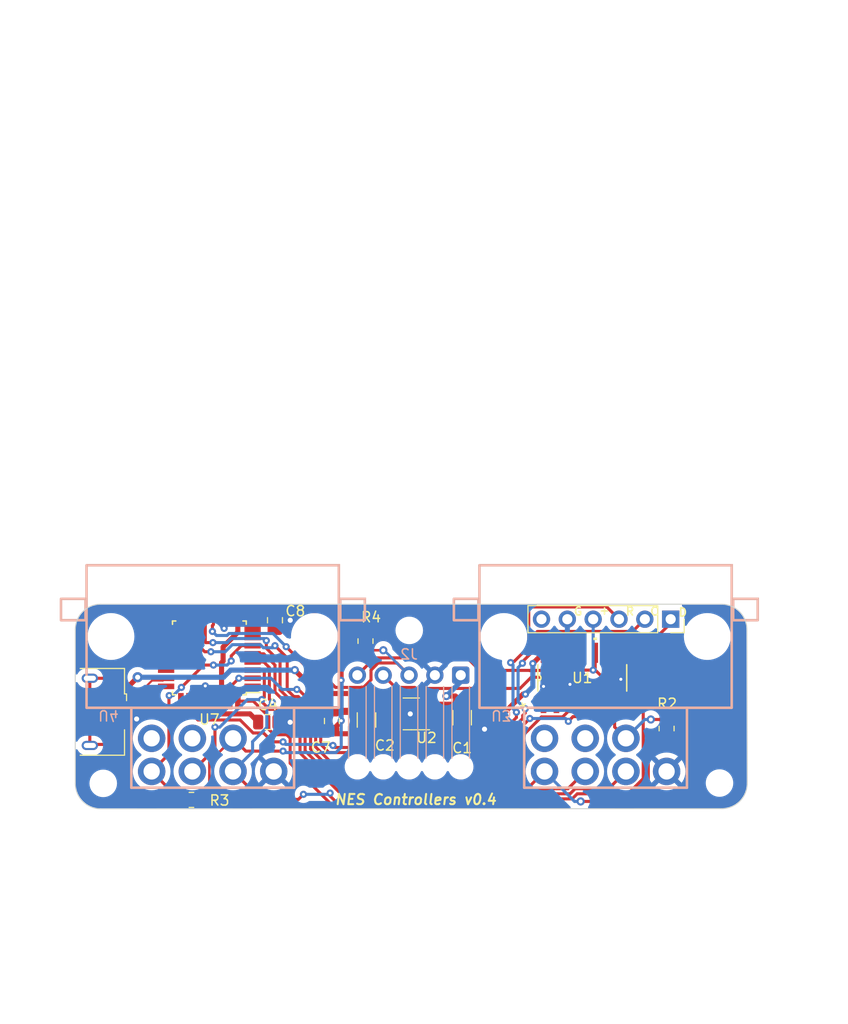
<source format=kicad_pcb>
(kicad_pcb (version 20221018) (generator pcbnew)
  (layers (0 "F.Cu" signal) (31 "B.Cu" signal) (34 "B.Paste" user) (35 "F.Paste" user) (36 "B.SilkS" user "B.Silkscreen") (37 "F.SilkS" user "F.Silkscreen") (38 "B.Mask" user) (39 "F.Mask" user) (44 "Edge.Cuts" user))
  (net 0 "")
  (net 1 "Net-(U7-VDDCORE)")
  (net 3 "+5V")
  (net 4 "/D-")
  (net 7 "/NES_DATA")
  (net 10 "/NES_LATCH_5V")
  (net 11 "/NES_CLOCK_5V")
  (net 12 "/NES_LATCH_3V")
  (net 13 "/D+")
  (net 25 "GND")
  (net 26 "unconnected-(J1-Shield-Pad6)")
  (net 27 "/RESET")
  (net 28 "+3V3")
  (net 29 "/SWCLK")
  (net 30 "/SWDIO")
  (net 33 "/NES_CLOCK_3V")
  (net 38 "/PAD_DATA_1")
  (net 39 "/PAD_LATCH")
  (net 40 "/PAD_CLOCK")
  (net 41 "/PAD_DATA_2")
  (footprint "Capacitor_SMD:C_0805_2012Metric" (layer "F.Cu") (at 126.51 75.825)
    (fp_text reference "C4")
    (fp_text value "1uF")
  )
  (footprint "MountingHole:MountingHole_2.2mm_M2" (layer "F.Cu") (at 110.327743 81.85)
    (fp_text reference "H1")
    (fp_text value "MountingHole")
  )
  (footprint "Package_QFP:TQFP-32_7x7mm_P0.8mm" (layer "F.Cu") (at 120.76 69.525 180)
    (fp_text reference "U7")
    (fp_text value "ATSAMD21E18A-A")
  )
  (footprint "Resistor_SMD:R_0805_2012Metric" (layer "F.Cu") (at 165.71 76.4625 -90)
    (fp_text reference "R2")
    (fp_text value "10k")
  )
  (footprint "Capacitor_SMD:C_0805_2012Metric" (layer "F.Cu") (at 132.81 75.725 90)
    (fp_text reference "C7")
    (fp_text value "1uF")
  )
  (footprint "Capacitor_SMD:C_1206_3216Metric" (layer "F.Cu") (at 145.61 75.4 -90)
    (fp_text reference "C1")
    (fp_text value "10uF")
  )
  (footprint "Package_TO_SOT_SMD:SOT-23-5" (layer "F.Cu") (at 140.61 75.025 180)
    (fp_text reference "U2")
    (fp_text value "AP2112K-3.3")
  )
  (footprint "Resistor_SMD:R_0805_2012Metric" (layer "F.Cu") (at 136.11 67.875 -90)
    (fp_text reference "R4")
    (fp_text value "10k")
  )
  (footprint "Resistor_SMD:R_0805_2012Metric" (layer "F.Cu") (at 118.9975 83.475 180)
    (fp_text reference "R3")
    (fp_text value "10k")
  )
  (footprint "Capacitor_SMD:C_0805_2012Metric" (layer "F.Cu") (at 127.21 65.825 -90)
    (fp_text reference "C8")
    (fp_text value "1uF")
  )
  (footprint "Capacitor_SMD:C_1206_3216Metric" (layer "F.Cu") (at 136.21 75.625 90)
    (fp_text reference "C2")
    (fp_text value "10uF")
  )
  (footprint "Connector_USB:USB_Micro-B_Amphenol_10118193-0001LF_Horizontal" (layer "F.Cu") (at 109.01 74.825 -90)
    (fp_text reference "J1")
    (fp_text value "USB_B_Micro")
  )
  (footprint "Connector_PinSocket_2.54mm:PinSocket_1x06_P2.54mm_Vertical" (layer "F.Cu") (at 166.11 65.725 -90)
    (fp_text reference "J3")
    (fp_text value "Conn_01x06")
  )
  (footprint "Minor_Industries:SN74LVC125ADR" (layer "F.Cu") (at 157.42 71.4888 90)
    (fp_text reference "U1")
    (fp_text value "SN74LVC125ADR")
  )
  (footprint "MountingHole:MountingHole_2.2mm_M2" (layer "F.Cu") (at 140.41 66.825)
    (fp_text reference "H3")
    (fp_text value "MountingHole")
  )
  (footprint "MountingHole:MountingHole_2.2mm_M2" (layer "F.Cu") (at 170.91 81.817767)
    (fp_text reference "H2")
    (fp_text value "MountingHole")
  )
  (footprint "Connector_Wire:SolderWire-0.15sqmm_1x05_P4mm_D0.5mm_OD1.5mm_Relief" (layer "B.Cu") (at 145.47 71.225 180)
    (fp_text reference "J2")
    (fp_text value "NES")
  )
  (footprint "Minor_Industries:NES controller port" (layer "B.Cu") (at 121.087743 74.675)
    (fp_text reference "U4")
    (fp_text value "~")
  )
  (footprint "Minor_Industries:NES controller port" (layer "B.Cu") (at 159.71 74.675)
    (fp_text reference "U3")
    (fp_text value "~")
  )
  (gr_arc (start 107.577743 66.75) (mid 108.309976 64.982233) (end 110.077743 64.25) (stroke (width 0.1)) (layer "Edge.Cuts"))
  (gr_line (start 110.077743 84.35) (end 171.142239 84.332219) (stroke (width 0.1)) (layer "Edge.Cuts"))
  (gr_arc (start 171.11 64.25) (mid 172.877767 64.982233) (end 173.61 66.75) (stroke (width 0.1)) (layer "Edge.Cuts"))
  (gr_line (start 110.077743 64.25) (end 171.11 64.25) (stroke (width 0.1)) (layer "Edge.Cuts"))
  (gr_line (start 173.61 66.75) (end 173.642239 81.832219) (stroke (width 0.1)) (layer "Edge.Cuts"))
  (gr_arc (start 173.642239 81.832219) (mid 172.909996 83.599952) (end 171.142239 84.332219) (stroke (width 0.1)) (layer "Edge.Cuts"))
  (gr_arc (start 110.077743 84.35) (mid 108.309976 83.617767) (end 107.577743 81.85) (stroke (width 0.1)) (layer "Edge.Cuts"))
  (gr_line (start 107.577743 66.75) (end 107.577743 81.85) (stroke (width 0.1)) (layer "Edge.Cuts"))
  (gr_text "G" (at 156.51 65.425) (layer "F.SilkS") (effects (font (size 0.8 0.8)) (justify left bottom)))
  (gr_text "NES Controllers v0.4" (at 133.01 84.025) (layer "F.SilkS") (effects (font (size 1 1) (thickness 0.2) bold italic) (justify left bottom)))
  (gr_text "C" (at 164.01 65.425) (layer "F.SilkS") (effects (font (size 0.8 0.8)) (justify left bottom)))
  (gr_text "+" (at 159.01 65.325) (layer "F.SilkS") (effects (font (size 0.8 0.8)) (justify left bottom)))
  (gr_text "D" (at 166.81 65.525) (layer "F.SilkS") (effects (font (size 0.8 0.8)) (justify left bottom)))
  (gr_text "R" (at 161.61 65.425) (layer "F.SilkS") (effects (font (size 0.8 0.8)) (justify left bottom)))
  (segment (start 125.56 75.825) (end 124.76 75.025) (width 0.5) (layer "F.Cu") (net 1))
  (segment (start 124.76 75.025) (end 121.31 75.025) (width 0.5) (layer "F.Cu") (net 1))
  (segment (start 121.31 75.025) (end 121.16 74.875) (width 0.5) (layer "F.Cu") (net 1))
  (segment (start 121.16 74.875) (end 121.16 73.775) (width 0.5) (layer "F.Cu") (net 1))
  (segment (start 144.06 73.2745) (end 144.9595 73.2745) (width 0.5) (layer "F.Cu") (net 3))
  (segment (start 141.7475 74.075) (end 140.6975 73.025) (width 0.5) (layer "F.Cu") (net 3))
  (segment (start 141.7475 74.075) (end 142.308528 74.075) (width 0.5) (layer "F.Cu") (net 3))
  (segment (start 142.86 75.423528) (end 142.308528 75.975) (width 0.5) (layer "F.Cu") (net 3))
  (segment (start 113.71 71.425) (end 111.685 73.45) (width 0.5) (layer "F.Cu") (net 3))
  (segment (start 142.308528 74.075) (end 142.86 74.626472) (width 0.5) (layer "F.Cu") (net 3))
  (segment (start 145.46 74.075) (end 145.61 73.925) (width 0.5) (layer "F.Cu") (net 3))
  (segment (start 111.685 73.45) (end 111.685 73.525) (width 0.5) (layer "F.Cu") (net 3))
  (segment (start 141.7475 74.075) (end 145.46 74.075) (width 0.5) (layer "F.Cu") (net 3))
  (segment (start 142.86 74.626472) (end 142.86 75.423528) (width 0.5) (layer "F.Cu") (net 3))
  (segment (start 142.308528 75.975) (end 141.7475 75.975) (width 0.5) (layer "F.Cu") (net 3))
  (segment (start 140.6975 73.025) (end 131.4595 73.025) (width 0.5) (layer "F.Cu") (net 3))
  (segment (start 144.9595 73.2745) (end 145.61 73.925) (width 0.5) (layer "F.Cu") (net 3))
  (segment (start 131.4595 73.025) (end 129.1595 70.725) (width 0.5) (layer "F.Cu") (net 3))
  (via (at 129.1595 70.725) (size 0.8) (drill 0.4) (layers "F.Cu" "B.Cu") (net 3))
  (via (at 144.06 73.2745) (size 0.8) (drill 0.4) (layers "F.Cu" "B.Cu") (net 3))
  (via (at 113.71 71.425) (size 1) (drill 0.5) (layers "F.Cu" "B.Cu") (net 3))
  (segment (start 122.858028 70.725) (end 122.158028 71.425) (width 0.5) (layer "B.Cu") (net 3))
  (segment (start 122.158028 71.425) (end 113.71 71.425) (width 0.5) (layer "B.Cu") (net 3))
  (segment (start 144.06 73.2745) (end 145.47 71.8645) (width 0.5) (layer "B.Cu") (net 3))
  (segment (start 129.1595 70.725) (end 122.858028 70.725) (width 0.5) (layer "B.Cu") (net 3))
  (segment (start 145.47 71.8645) (end 145.47 71.225) (width 0.5) (layer "B.Cu") (net 3))
  (segment (start 111.685 74.175) (end 112.697501 74.175) (width 0.2) (layer "F.Cu") (net 4))
  (segment (start 116.185 71.75) (end 116.41 71.525) (width 0.2) (layer "F.Cu") (net 4))
  (segment (start 112.697501 74.175) (end 115.122501 71.75) (width 0.2) (layer "F.Cu") (net 4))
  (segment (start 115.122501 71.75) (end 116.185 71.75) (width 0.2) (layer "F.Cu") (net 4))
  (segment (start 139.19 70.025) (end 140.39 71.225) (width 0.3) (layer "F.Cu") (net 7))
  (segment (start 136.65 70.727943) (end 137.352943 70.025) (width 0.3) (layer "F.Cu") (net 7))
  (segment (start 137.86 68.7755) (end 136.122 68.7755) (width 0.25) (layer "F.Cu") (net 7))
  (segment (start 128.31 68.425) (end 130.16 70.275) (width 0.3) (layer "F.Cu") (net 7))
  (segment (start 132.0475 70.622811) (end 132.0475 71.313972) (width 0.3) (layer "F.Cu") (net 7))
  (segment (start 136.122 68.7755) (end 136.11 68.7875) (width 0.25) (layer "F.Cu") (net 7))
  (segment (start 121.0595 66.3505) (end 121.16 66.25) (width 0.3) (layer "F.Cu") (net 7))
  (segment (start 121.16 66.25) (end 121.16 65.275) (width 0.3) (layer "F.Cu") (net 7))
  (segment (start 130.16 70.275) (end 131.699689 70.275) (width 0.3) (layer "F.Cu") (net 7))
  (segment (start 136.65 71.685) (end 136.65 70.727943) (width 0.3) (layer "F.Cu") (net 7))
  (segment (start 133.158528 72.425) (end 135.696523 72.425) (width 0.3) (layer "F.Cu") (net 7))
  (segment (start 121.0595 66.925) (end 121.0595 66.3505) (width 0.3) (layer "F.Cu") (net 7))
  (segment (start 132.0475 71.313972) (end 133.158528 72.425) (width 0.3) (layer "F.Cu") (net 7))
  (segment (start 135.696523 72.425) (end 135.721523 72.4) (width 0.3) (layer "F.Cu") (net 7))
  (segment (start 135.935 72.4) (end 136.65 71.685) (width 0.3) (layer "F.Cu") (net 7))
  (segment (start 135.721523 72.4) (end 135.935 72.4) (width 0.3) (layer "F.Cu") (net 7))
  (segment (start 137.352943 70.025) (end 139.19 70.025) (width 0.3) (layer "F.Cu") (net 7))
  (segment (start 131.699689 70.275) (end 132.0475 70.622811) (width 0.3) (layer "F.Cu") (net 7))
  (via (at 121.0595 66.925) (size 0.7) (drill 0.3) (layers "F.Cu" "B.Cu") (net 7))
  (via (at 137.86 68.7755) (size 0.8) (drill 0.4) (layers "F.Cu" "B.Cu") (net 7))
  (via (at 128.31 68.425) (size 0.7) (drill 0.3) (layers "F.Cu" "B.Cu") (net 7))
  (segment (start 121.0595 66.925) (end 121.459002 67.324502) (width 0.3) (layer "B.Cu") (net 7))
  (segment (start 122.699452 67.125) (end 127.01 67.125) (width 0.3) (layer "B.Cu") (net 7))
  (segment (start 127.01 67.125) (end 128.31 68.425) (width 0.3) (layer "B.Cu") (net 7))
  (segment (start 137.9405 68.7755) (end 140.39 71.225) (width 0.25) (layer "B.Cu") (net 7))
  (segment (start 137.86 68.7755) (end 137.9405 68.7755) (width 0.25) (layer "B.Cu") (net 7))
  (segment (start 122.49995 67.324502) (end 122.699452 67.125) (width 0.3) (layer "B.Cu") (net 7))
  (segment (start 121.459002 67.324502) (end 122.49995 67.324502) (width 0.3) (layer "B.Cu") (net 7))
  (segment (start 152.400498 71.425) (end 153.89995 71.425) (width 0.3) (layer "F.Cu") (net 10))
  (segment (start 154.88 72.40505) (end 154.88 73.9526) (width 0.3) (layer "F.Cu") (net 10))
  (segment (start 137.85 71.225) (end 139.05 72.425) (width 0.3) (layer "F.Cu") (net 10))
  (segment (start 139.05 72.425) (end 140.946028 72.425) (width 0.3) (layer "F.Cu") (net 10))
  (segment (start 154.88 74.6638) (end 154.88 73.9526) (width 0.3) (layer "F.Cu") (net 10))
  (segment (start 140.946028 72.425) (end 141.046028 72.525) (width 0.3) (layer "F.Cu") (net 10))
  (segment (start 153.89995 71.425) (end 154.88 72.40505) (width 0.3) (layer "F.Cu") (net 10))
  (segment (start 151.300498 72.525) (end 152.400498 71.425) (width 0.3) (layer "F.Cu") (net 10))
  (segment (start 141.046028 72.525) (end 151.300498 72.525) (width 0.3) (layer "F.Cu") (net 10))
  (segment (start 155.188728 70.752034) (end 155.661694 71.225) (width 0.3) (layer "F.Cu") (net 11))
  (segment (start 152.27005 70.775) (end 152.84995 70.775) (width 0.3) (layer "F.Cu") (net 11))
  (segment (start 155.661694 71.225) (end 156.623 71.225) (width 0.3) (layer "F.Cu") (net 11))
  (segment (start 149.572211 70.752034) (end 152.247084 70.752034) (width 0.3) (layer "F.Cu") (net 11))
  (segment (start 146.11 69.525) (end 147.01 70.425) (width 0.3) (layer "F.Cu") (net 11))
  (segment (start 158.69 73.292) (end 158.69 73.9526) (width 0.3) (layer "F.Cu") (net 11))
  (segment (start 137.01 69.525) (end 146.11 69.525) (width 0.3) (layer "F.Cu") (net 11))
  (segment (start 149.245177 70.425) (end 149.572211 70.752034) (width 0.3) (layer "F.Cu") (net 11))
  (segment (start 152.84995 70.775) (end 152.872916 70.752034) (width 0.3) (layer "F.Cu") (net 11))
  (segment (start 135.31 71.225) (end 137.01 69.525) (width 0.3) (layer "F.Cu") (net 11))
  (segment (start 152.872916 70.752034) (end 155.188728 70.752034) (width 0.3) (layer "F.Cu") (net 11))
  (segment (start 147.01 70.425) (end 149.245177 70.425) (width 0.3) (layer "F.Cu") (net 11))
  (segment (start 156.623 71.225) (end 158.69 73.292) (width 0.3) (layer "F.Cu") (net 11))
  (segment (start 152.247084 70.752034) (end 152.27005 70.775) (width 0.3) (layer "F.Cu") (net 11))
  (segment (start 121.11 68.024002) (end 120.409002 68.024002) (width 0.3) (layer "F.Cu") (net 12))
  (segment (start 130.71 75.239212) (end 130.71 78.485147) (width 0.3) (layer "F.Cu") (net 12))
  (segment (start 128.864151 73.823293) (end 129.294081 73.823293) (width 0.3) (layer "F.Cu") (net 12))
  (segment (start 146.605836 82.125) (end 153.405836 75.325) (width 0.3) (layer "F.Cu") (net 12))
  (segment (start 134.349853 82.125) (end 146.605836 82.125) (width 0.3) (layer "F.Cu") (net 12))
  (segment (start 120.36 67.975) (end 120.36 65.275) (width 0.3) (layer "F.Cu") (net 12))
  (segment (start 129.294081 73.823293) (end 130.71 75.239212) (width 0.3) (layer "F.Cu") (net 12))
  (segment (start 127.71 72.669142) (end 128.864151 73.823293) (width 0.3) (layer "F.Cu") (net 12))
  (segment (start 120.409002 68.024002) (end 120.36 67.975) (width 0.3) (layer "F.Cu") (net 12))
  (segment (start 127.71 69.925) (end 127.71 72.669142) (width 0.3) (layer "F.Cu") (net 12))
  (segment (start 126.358816 68.573816) (end 127.71 69.925) (width 0.3) (layer "F.Cu") (net 12))
  (segment (start 130.71 78.485147) (end 134.349853 82.125) (width 0.3) (layer "F.Cu") (net 12))
  (segment (start 155.4888 75.325) (end 156.15 74.6638) (width 0.3) (layer "F.Cu") (net 12))
  (segment (start 156.15 74.6638) (end 156.15 73.9526) (width 0.3) (layer "F.Cu") (net 12))
  (segment (start 153.405836 75.325) (end 155.4888 75.325) (width 0.3) (layer "F.Cu") (net 12))
  (segment (start 126.358816 67.827441) (end 126.358816 68.573816) (width 0.3) (layer "F.Cu") (net 12))
  (via (at 126.358816 67.827441) (size 0.7) (drill 0.3) (layers "F.Cu" "B.Cu") (net 12))
  (via (at 121.11 68.024002) (size 0.7) (drill 0.3) (layers "F.Cu" "B.Cu") (net 12))
  (segment (start 122.906558 67.625) (end 126.156375 67.625) (width 0.3) (layer "B.Cu") (net 12))
  (segment (start 122.507556 68.024002) (end 122.906558 67.625) (width 0.3) (layer "B.Cu") (net 12))
  (segment (start 121.11 68.024002) (end 122.507556 68.024002) (width 0.3) (layer "B.Cu") (net 12))
  (segment (start 126.156375 67.625) (end 126.358816 67.827441) (width 0.3) (layer "B.Cu") (net 12))
  (segment (start 115.197501 72.325) (end 116.41 72.325) (width 0.2) (layer "F.Cu") (net 13))
  (segment (start 112.697501 74.825) (end 115.197501 72.325) (width 0.2) (layer "F.Cu") (net 13))
  (segment (start 111.685 74.825) (end 112.697501 74.825) (width 0.2) (layer "F.Cu") (net 13))
  (segment (start 147.46 76.875) (end 145.61 76.875) (width 0.5) (layer "F.Cu") (net 25))
  (segment (start 120.31 72.225) (end 120.36 72.275) (width 0.3) (layer "F.Cu") (net 25))
  (segment (start 137.085 75.025) (end 140.51 75.025) (width 0.5) (layer "F.Cu") (net 25))
  (segment (start 161.23 71.645) (end 161.21 71.625) (width 0.3) (layer "F.Cu") (net 25))
  (segment (start 122.76 66.074502) (end 122.76 65.275) (width 0.3) (layer "F.Cu") (net 25))
  (segment (start 132.81 74.775) (end 135.585 74.775) (width 0.7) (layer "F.Cu") (net 25))
  (segment (start 120.36 73.775) (end 120.36 72.275) (width 0.3) (layer "F.Cu") (net 25))
  (segment (start 128.7016 75.8464) (end 128.6802 75.825) (width 0.7) (layer "F.Cu") (net 25))
  (segment (start 147.81 76.525) (end 147.46 76.875) (width 0.5) (layer "F.Cu") (net 25))
  (segment (start 157.42 73.335) (end 156.21 72.125) (width 0.3) (layer "F.Cu") (net 25))
  (segment (start 128.16 65.825) (end 127.21 66.775) (width 0.7) (layer "F.Cu") (net 25))
  (segment (start 141.7475 75.025) (end 140.51 75.025) (width 0.7) (layer "F.Cu") (net 25))
  (segment (start 122.21 66.624502) (end 122.76 66.074502) (width 0.3) (layer "F.Cu") (net 25))
  (segment (start 161.23 73.9526) (end 161.23 71.645) (width 0.3) (layer "F.Cu") (net 25))
  (segment (start 157.42 73.9526) (end 157.42 73.335) (width 0.3) (layer "F.Cu") (net 25))
  (segment (start 113.01 76.125) (end 113.61 75.525) (width 0.3) (layer "F.Cu") (net 25))
  (segment (start 136.21 74.15) (end 137.085 75.025) (width 0.5) (layer "F.Cu") (net 25))
  (segment (start 128.6802 75.825) (end 127.46 75.825) (width 0.7) (layer "F.Cu") (net 25))
  (segment (start 128.71 65.825) (end 128.16 65.825) (width 0.7) (layer "F.Cu") (net 25))
  (segment (start 111.685 76.125) (end 113.01 76.125) (width 0.3) (layer "F.Cu") (net 25))
  (segment (start 153.61 73.9526) (end 153.61 72.325) (width 0.3) (layer "F.Cu") (net 25))
  (segment (start 135.585 74.775) (end 136.21 74.15) (width 0.7) (layer "F.Cu") (net 25))
  (via (at 122.21 66.624502) (size 0.7) (drill 0.3) (layers "F.Cu" "B.Cu") (net 25))
  (via (at 156.21 72.125) (size 0.7) (drill 0.3) (layers "F.Cu" "B.Cu") (net 25))
  (via (at 128.7016 75.8464) (size 1) (drill 0.5) (layers "F.Cu" "B.Cu") (net 25))
  (via (at 153.61 72.325) (size 0.7) (drill 0.3) (layers "F.Cu" "B.Cu") (net 25))
  (via (at 147.81 76.525) (size 1) (drill 0.5) (layers "F.Cu" "B.Cu") (net 25))
  (via (at 161.21 71.625) (size 0.7) (drill 0.3) (layers "F.Cu" "B.Cu") (net 25))
  (via (at 140.51 75.025) (size 1) (drill 0.5) (layers "F.Cu" "B.Cu") (net 25))
  (via (at 120.36 72.275) (size 0.7) (drill 0.3) (layers "F.Cu" "B.Cu") (net 25))
  (via (at 128.71 65.825) (size 1) (drill 0.5) (layers "F.Cu" "B.Cu") (net 25))
  (via (at 113.61 75.525) (size 1) (drill 0.5) (layers "F.Cu" "B.Cu") (net 25))
  (segment (start 109.01 78.125) (end 109.01 76.025) (width 0.3) (layer "F.Cu") (net 26))
  (segment (start 109.01 73.625) (end 109.01 71.525) (width 0.3) (layer "F.Cu") (net 26))
  (segment (start 111.36 71.525) (end 111.46 71.625) (width 0.3) (layer "F.Cu") (net 26))
  (segment (start 111.46 78.025) (end 109.11 78.025) (width 0.3) (layer "F.Cu") (net 26))
  (segment (start 109.11 78.025) (end 109.01 78.125) (width 0.3) (layer "F.Cu") (net 26))
  (segment (start 109.01 76.025) (end 109.01 73.625) (width 0.3) (layer "F.Cu") (net 26))
  (segment (start 109.01 71.525) (end 111.36 71.525) (width 0.3) (layer "F.Cu") (net 26))
  (segment (start 150.945933 75.381961) (end 148.002894 78.325) (width 0.3) (layer "F.Cu") (net 27))
  (segment (start 150.945933 74.859464) (end 150.945933 75.381961) (width 0.3) (layer "F.Cu") (net 27))
  (segment (start 123.786472 75.625) (end 119.635 75.625) (width 0.3) (layer "F.Cu") (net 27))
  (segment (start 152.16 68.439823) (end 152.16 64.575) (width 0.3) (layer "F.Cu") (net 27))
  (segment (start 133.107675 78.325) (end 132.908175 78.1255) (width 0.3) (layer "F.Cu") (net 27))
  (segment (start 119.635 75.625) (end 118.76 74.75) (width 0.3) (layer "F.Cu") (net 27))
  (segment (start 128.002732 77.772675) (end 126.957675 77.772675) (width 0.3) (layer "F.Cu") (net 27))
  (segment (start 125.061472 76.9) (end 123.786472 75.625) (width 0.3) (layer "F.Cu") (net 27))
  (segment (start 150.378792 69.988703) (end 150.492495 69.875) (width 0.3) (layer "F.Cu") (net 27))
  (segment (start 159.83 64.525) (end 161.03 65.725) (width 0.3) (layer "F.Cu") (net 27))
  (segment (start 118.76 74.75) (end 118.76 73.775) (width 0.3) (layer "F.Cu") (net 27))
  (segment (start 150.492495 69.875) (end 150.724823 69.875) (width 0.3) (layer "F.Cu") (net 27))
  (segment (start 126.957675 77.772675) (end 126.085 76.9) (width 0.3) (layer "F.Cu") (net 27))
  (segment (start 148.002894 78.325) (end 133.107675 78.325) (width 0.3) (layer "F.Cu") (net 27))
  (segment (start 126.085 76.9) (end 125.061472 76.9) (width 0.3) (layer "F.Cu") (net 27))
  (segment (start 152.16 64.575) (end 152.21 64.525) (width 0.3) (layer "F.Cu") (net 27))
  (segment (start 150.724823 69.875) (end 152.16 68.439823) (width 0.3) (layer "F.Cu") (net 27))
  (segment (start 152.21 64.525) (end 159.83 64.525) (width 0.3) (layer "F.Cu") (net 27))
  (via (at 150.945933 74.859464) (size 0.7) (drill 0.3) (layers "F.Cu" "B.Cu") (net 27))
  (via (at 128.002732 77.772675) (size 0.7) (drill 0.3) (layers "F.Cu" "B.Cu") (net 27))
  (via (at 150.378792 69.988703) (size 0.7) (drill 0.3) (layers "F.Cu" "B.Cu") (net 27))
  (via (at 132.908175 78.1255) (size 0.7) (drill 0.3) (layers "F.Cu" "B.Cu") (net 27))
  (segment (start 150.61 70.219911) (end 150.378792 69.988703) (width 0.3) (layer "B.Cu") (net 27))
  (segment (start 128.255057 78.025) (end 132.807675 78.025) (width 0.3) (layer "B.Cu") (net 27))
  (segment (start 128.002732 77.772675) (end 128.255057 78.025) (width 0.3) (layer "B.Cu") (net 27))
  (segment (start 150.945933 74.859464) (end 150.61 74.523531) (width 0.3) (layer "B.Cu") (net 27))
  (segment (start 132.807675 78.025) (end 132.908175 78.1255) (width 0.3) (layer "B.Cu") (net 27))
  (segment (start 150.61 74.523531) (end 150.61 70.219911) (width 0.3) (layer "B.Cu") (net 27))
  (segment (start 154.88 69.7362) (end 154.88 69.025) (width 0.3) (layer "F.Cu") (net 28))
  (segment (start 137.335 75.975) (end 136.21 77.1) (width 0.5) (layer "F.Cu") (net 28))
  (segment (start 164.1595 75.575) (end 165.685 75.575) (width 0.3) (layer "F.Cu") (net 28))
  (segment (start 120.762743 79.75) (end 123.087743 77.425) (width 0.25) (layer "F.Cu") (net 28))
  (segment (start 127.21 64.875) (end 132.143988 64.875) (width 0.5) (layer "F.Cu") (net 28))
  (segment (start 133.722762 75.694004) (end 133.722762 75.762238) (width 0.5) (layer "F.Cu") (net 28))
  (segment (start 158.49 70.725) (end 158.7024 70.725) (width 0.3) (layer "F.Cu") (net 28))
  (segment (start 158.69 70.525) (end 158.69 69.025) (width 0.3) (layer "F.Cu") (net 28))
  (segment (start 142.895051 76.725) (end 140.2225 76.725) (width 0.5) (layer "F.Cu") (net 28))
  (segment (start 144.595051 75.025) (end 142.895051 76.725) (width 0.5) (layer "F.Cu") (net 28))
  (segment (start 126.81 65.275) (end 127.21 64.875) (width 0.5) (layer "F.Cu") (net 28))
  (segment (start 160.6006 76.3156) (end 161.71 77.425) (width 0.3) (layer "F.Cu") (net 28))
  (segment (start 151.831202 73.088605) (end 151.585421 73.088605) (width 0.5) (layer "F.Cu") (net 28))
  (segment (start 121.96 73.775) (end 121.96 69.994576) (width 0.5) (layer "F.Cu") (net 28))
  (segment (start 123.56 67.006371) (end 123.56 65.275) (width 0.5) (layer "F.Cu") (net 28))
  (segment (start 133.722762 75.762238) (end 132.81 76.675) (width 0.5) (layer "F.Cu") (net 28))
  (segment (start 120.762743 82.622257) (end 120.762743 79.75) (width 0.25) (layer "F.Cu") (net 28))
  (segment (start 155.8688 70.725) (end 154.88 69.7362) (width 0.3) (layer "F.Cu") (net 28))
  (segment (start 140.2225 76.725) (end 139.4725 75.975) (width 0.5) (layer "F.Cu") (net 28))
  (segment (start 135.9475 67.125) (end 133.71 67.125) (width 0.25) (layer "F.Cu") (net 28))
  (segment (start 165.685 75.575) (end 165.71 75.55) (width 0.3) (layer "F.Cu") (net 28))
  (segment (start 153.61 69.025) (end 154.88 69.025) (width 0.3) (layer "F.Cu") (net 28))
  (segment (start 136.21 77.1) (end 136.085 76.975) (width 0.5) (layer "F.Cu") (net 28))
  (segment (start 119.91 83.475) (end 120.762743 82.622257) (width 0.25) (layer "F.Cu") (net 28))
  (segment (start 122.11 69.844576) (end 122.11 68.456371) (width 0.5) (layer "F.Cu") (net 28))
  (segment (start 160.6006 72.6232) (end 160.6006 76.3156) (width 0.3) (layer "F.Cu") (net 28))
  (segment (start 158.49 70.725) (end 155.8688 70.725) (width 0.3) (layer "F.Cu") (net 28))
  (segment (start 152.56 70.075) (end 153.61 69.025) (width 0.5) (layer "F.Cu") (net 28))
  (segment (start 158.7024 70.725) (end 160.6006 72.6232) (width 0.3) (layer "F.Cu") (net 28))
  (segment (start 149.649026 75.025) (end 144.595051 75.025) (width 0.5) (layer "F.Cu") (net 28))
  (segment (start 136.11 66.9625) (end 135.9475 67.125) (width 0.25) (layer "F.Cu") (net 28))
  (segment (start 158.49 70.725) (end 158.69 70.525) (width 0.3) (layer "F.Cu") (net 28))
  (segment (start 151.585421 73.088605) (end 149.649026 75.025) (width 0.5) (layer "F.Cu") (net 28))
  (segment (start 132.143988 64.875) (end 133.71 66.441012) (width 0.5) (layer "F.Cu") (net 28))
  (segment (start 136.085 76.975) (end 133.11 76.975) (width 0.5) (layer "F.Cu") (net 28))
  (segment (start 133.11 76.975) (end 132.81 76.675) (width 0.5) (layer "F.Cu") (net 28))
  (segment (start 123.56 65.275) (end 126.81 65.275) (width 0.5) (layer "F.Cu") (net 28))
  (segment (start 123.087743 77.425) (end 124.342047 78.679304) (width 0.3) (layer "F.Cu") (net 28))
  (segment (start 124.342047 78.679304) (end 128.002732 78.679304) (width 0.3) (layer "F.Cu") (net 28))
  (segment (start 121.96 69.994576) (end 122.11 69.844576) (width 0.5) (layer "F.Cu") (net 28))
  (segment (start 122.11 68.456371) (end 123.56 67.006371) (width 0.5) (layer "F.Cu") (net 28))
  (segment (start 133.71 66.441012) (end 133.71 67.125) (width 0.5) (layer "F.Cu") (net 28))
  (segment (start 133.71 67.125) (end 133.71 71.7255) (width 0.5) (layer "F.Cu") (net 28))
  (segment (start 139.4725 75.975) (end 137.335 75.975) (width 0.5) (layer "F.Cu") (net 28))
  (via (at 128.002732 78.679304) (size 0.7) (drill 0.3) (layers "F.Cu" "B.Cu") (net 28))
  (via (at 158.49 70.725) (size 0.7) (drill 0.3) (layers "F.Cu" "B.Cu") (net 28))
  (via (at 133.71 71.7255) (size 0.7) (drill 0.3) (layers "F.Cu" "B.Cu") (net 28))
  (via (at 152.56 70.075) (size 0.7) (drill 0.3) (layers "F.Cu" "B.Cu") (net 28))
  (via (at 151.831202 73.088605) (size 0.7) (drill 0.3) (layers "F.Cu" "B.Cu") (net 28))
  (via (at 133.722762 75.694004) (size 0.7) (drill 0.3) (layers "F.Cu" "B.Cu") (net 28))
  (via (at 164.1595 75.575) (size 0.8) (drill 0.4) (layers "F.Cu" "B.Cu") (net 28))
  (segment (start 152.56 72.359807) (end 151.831202 73.088605) (width 0.5) (layer "B.Cu") (net 28))
  (segment (start 163.56 75.575) (end 164.1595 75.575) (width 0.3) (layer "B.Cu") (net 28))
  (segment (start 158.49 70.725) (end 158.49 65.725) (width 0.3) (layer "B.Cu") (net 28))
  (segment (start 133.722762 78.300863) (end 133.198125 78.8255) (width 0.3) (layer "B.Cu") (net 28))
  (segment (start 161.71 77.425) (end 163.56 75.575) (width 0.3) (layer "B.Cu") (net 28))
  (segment (start 133.722762 75.694004) (end 133.722762 78.300863) (width 0.3) (layer "B.Cu") (net 28))
  (segment (start 152.56 70.075) (end 152.56 72.359807) (width 0.5) (layer "B.Cu") (net 28))
  (segment (start 133.198125 78.8255) (end 128.148928 78.8255) (width 0.3) (layer "B.Cu") (net 28))
  (segment (start 133.71 75.681242) (end 133.71 71.7255) (width 0.5) (layer "B.Cu") (net 28))
  (segment (start 128.148928 78.8255) (end 128.002732 78.679304) (width 0.3) (layer "B.Cu") (net 28))
  (segment (start 133.722762 75.694004) (end 133.71 75.681242) (width 0.5) (layer "B.Cu") (net 28))
  (segment (start 122.76 72.425498) (end 123.660498 71.525) (width 0.3) (layer "F.Cu") (net 29))
  (segment (start 152.66 68.782105) (end 152.66 67.275) (width 0.3) (layer "F.Cu") (net 29))
  (segment (start 151.537033 69.905072) (end 152.66 68.782105) (width 0.3) (layer "F.Cu") (net 29))
  (segment (start 151.81 74.525) (end 151.81 74.941642) (width 0.3) (layer "F.Cu") (net 29))
  (segment (start 129.508293 72.623293) (end 129.361207 72.623293) (width 0.3) (layer "F.Cu") (net 29))
  (segment (start 122.76 73.775) (end 122.76 72.425498) (width 0.3) (layer "F.Cu") (net 29))
  (segment (start 151.563296 75.471704) (end 148.21 78.825) (width 0.3) (layer "F.Cu") (net 29))
  (segment (start 151.537033 70.052034) (end 151.537033 69.905072) (width 0.3) (layer "F.Cu") (net 29))
  (segment (start 153.01 66.925) (end 162.37 66.925) (width 0.3) (layer "F.Cu") (net 29))
  (segment (start 151.563296 75.188346) (end 151.563296 75.471704) (width 0.3) (layer "F.Cu") (net 29))
  (segment (start 131.71 74.825) (end 129.508293 72.623293) (width 0.3) (layer "F.Cu") (net 29))
  (segment (start 148.21 78.825) (end 132.517106 78.825) (width 0.3) (layer "F.Cu") (net 29))
  (segment (start 151.81 74.941642) (end 151.563296 75.188346) (width 0.3) (layer "F.Cu") (net 29))
  (segment (start 162.37 66.925) (end 163.57 65.725) (width 0.3) (layer "F.Cu") (net 29))
  (segment (start 132.517106 78.825) (end 131.71 78.017894) (width 0.3) (layer "F.Cu") (net 29))
  (segment (start 152.66 67.275) (end 153.01 66.925) (width 0.3) (layer "F.Cu") (net 29))
  (segment (start 131.71 78.017894) (end 131.71 74.825) (width 0.3) (layer "F.Cu") (net 29))
  (via (at 123.660498 71.525) (size 0.7) (drill 0.3) (layers "F.Cu" "B.Cu") (net 29))
  (via (at 151.537033 70.052034) (size 0.7) (drill 0.3) (layers "F.Cu" "B.Cu") (net 29))
  (via (at 129.361207 72.623293) (size 0.7) (drill 0.3) (layers "F.Cu" "B.Cu") (net 29))
  (via (at 151.81 74.525) (size 0.7) (drill 0.3) (layers "F.Cu" "B.Cu") (net 29))
  (segment (start 151.81 74.525) (end 151.11 73.825) (width 0.3) (layer "B.Cu") (net 29))
  (segment (start 126.818197 71.525) (end 123.660498 71.525) (width 0.3) (layer "B.Cu") (net 29))
  (segment (start 129.361207 72.623293) (end 127.91649 72.623293) (width 0.3) (layer "B.Cu") (net 29))
  (segment (start 127.91649 72.623293) (end 126.818197 71.525) (width 0.3) (layer "B.Cu") (net 29))
  (segment (start 151.11 70.479067) (end 151.537033 70.052034) (width 0.3) (layer "B.Cu") (net 29))
  (segment (start 151.11 73.825) (end 151.11 70.479067) (width 0.3) (layer "B.Cu") (net 29))
  (segment (start 161.914164 82.875) (end 163.41 81.379164) (width 0.3) (layer "F.Cu") (net 30))
  (segment (start 163.41 68.815) (end 166.11 66.115) (width 0.3) (layer "F.Cu") (net 30))
  (segment (start 156.424212 83.375) (end 156.924212 82.875) (width 0.3) (layer "F.Cu") (net 30))
  (segment (start 128.361825 77.073175) (end 128.702232 77.413582) (width 0.3) (layer "F.Cu") (net 30))
  (segment (start 123.56 73.775) (end 125.083528 73.775) (width 0.3) (layer "F.Cu") (net 30))
  (segment (start 128.702232 79.870785) (end 132.956447 84.125) (width 0.3) (layer "F.Cu") (net 30))
  (segment (start 166.11 66.115) (end 166.11 65.725) (width 0.3) (layer "F.Cu") (net 30))
  (segment (start 127.134647 77.073175) (end 128.361825 77.073175) (width 0.3) (layer "F.Cu") (net 30))
  (segment (start 126.61 75.301472) (end 126.61 76.548528) (width 0.3) (layer "F.Cu") (net 30))
  (segment (start 152.381318 84.125) (end 153.131318 83.375) (width 0.3) (layer "F.Cu") (net 30))
  (segment (start 128.702232 77.413582) (end 128.702232 79.870785) (width 0.3) (layer "F.Cu") (net 30))
  (segment (start 163.41 81.379164) (end 163.41 68.815) (width 0.3) (layer "F.Cu") (net 30))
  (segment (start 125.083528 73.775) (end 126.61 75.301472) (width 0.3) (layer "F.Cu") (net 30))
  (segment (start 126.61 76.548528) (end 127.134647 77.073175) (width 0.3) (layer "F.Cu") (net 30))
  (segment (start 153.131318 83.375) (end 156.424212 83.375) (width 0.3) (layer "F.Cu") (net 30))
  (segment (start 156.924212 82.875) (end 161.914164 82.875) (width 0.3) (layer "F.Cu") (net 30))
  (segment (start 132.956447 84.125) (end 152.381318 84.125) (width 0.3) (layer "F.Cu") (net 30))
  (segment (start 127.21 68.325) (end 128.41 69.525) (width 0.3) (layer "F.Cu") (net 33))
  (segment (start 159.3306 75.2932) (end 156.509844 75.2932) (width 0.3) (layer "F.Cu") (net 33))
  (segment (start 156.509844 75.2932) (end 156.047942 75.755102) (width 0.3) (layer "F.Cu") (net 33))
  (segment (start 159.96 74.6638) (end 159.3306 75.2932) (width 0.3) (layer "F.Cu") (net 33))
  (segment (start 146.116592 81.625) (end 152.263296 75.478296) (width 0.3) (layer "F.Cu") (net 33))
  (segment (start 129.071257 73.323293) (end 129.501187 73.323293) (width 0.3) (layer "F.Cu") (net 33))
  (segment (start 119.56 68.175) (end 119.56 65.275) (width 0.3) (layer "F.Cu") (net 33))
  (segment (start 120.307097 68.922097) (end 119.56 68.175) (width 0.3) (layer "F.Cu") (net 33))
  (segment (start 159.96 73.9526) (end 159.96 74.6638) (width 0.3) (layer "F.Cu") (net 33))
  (segment (start 131.21 75.032106) (end 131.21 78.278041) (width 0.3) (layer "F.Cu") (net 33))
  (segment (start 129.501187 73.323293) (end 131.21 75.032106) (width 0.3) (layer "F.Cu") (net 33))
  (segment (start 120.91 68.922097) (end 120.307097 68.922097) (width 0.3) (layer "F.Cu") (net 33))
  (segment (start 134.556959 81.625) (end 146.116592 81.625) (width 0.3) (layer "F.Cu") (net 33))
  (segment (start 128.41 69.525) (end 128.41 72.662036) (width 0.3) (layer "F.Cu") (net 33))
  (segment (start 128.41 72.662036) (end 129.071257 73.323293) (width 0.3) (layer "F.Cu") (net 33))
  (segment (start 131.21 78.278041) (end 134.556959 81.625) (width 0.3) (layer "F.Cu") (net 33))
  (via (at 152.263296 75.478296) (size 0.7) (drill 0.3) (layers "F.Cu" "B.Cu") (net 33))
  (via (at 120.91 68.922097) (size 0.7) (drill 0.3) (layers "F.Cu" "B.Cu") (net 33))
  (via (at 156.047942 75.755102) (size 0.7) (drill 0.3) (layers "F.Cu" "B.Cu") (net 33))
  (via (at 127.21 68.325) (size 0.7) (drill 0.3) (layers "F.Cu" "B.Cu") (net 33))
  (segment (start 122.316567 68.922097) (end 123.013664 68.225) (width 0.3) (layer "B.Cu") (net 33))
  (segment (start 156.047942 75.755102) (end 155.771136 75.478296) (width 0.3) (layer "B.Cu") (net 33))
  (segment (start 127.007559 68.527441) (end 127.21 68.325) (width 0.3) (layer "B.Cu") (net 33))
  (segment (start 126.068866 68.527441) (end 127.007559 68.527441) (width 0.3) (layer "B.Cu") (net 33))
  (segment (start 125.766425 68.225) (end 126.068866 68.527441) (width 0.3) (layer "B.Cu") (net 33))
  (segment (start 123.013664 68.225) (end 125.766425 68.225) (width 0.3) (layer "B.Cu") (net 33))
  (segment (start 155.771136 75.478296) (end 152.263296 75.478296) (width 0.3) (layer "B.Cu") (net 33))
  (segment (start 120.91 68.922097) (end 122.316567 68.922097) (width 0.3) (layer "B.Cu") (net 33))
  (segment (start 163.91 81.58627) (end 163.91 79.175) (width 0.3) (layer "F.Cu") (net 38))
  (segment (start 130.1725 78.654753) (end 134.142747 82.625) (width 0.3) (layer "F.Cu") (net 38))
  (segment (start 129.086975 74.323293) (end 130.1725 75.408818) (width 0.3) (layer "F.Cu") (net 38))
  (segment (start 127.21 72.876248) (end 128.657045 74.323293) (width 0.3) (layer "F.Cu") (net 38))
  (segment (start 157.26 83.6245) (end 161.87177 83.6245) (width 0.3) (layer "F.Cu") (net 38))
  (segment (start 151.76 82.625) (end 153.71 80.675) (width 0.3) (layer "F.Cu") (net 38))
  (segment (start 161.87177 83.6245) (end 163.91 81.58627) (width 0.3) (layer "F.Cu") (net 38))
  (segment (start 130.1725 75.408818) (end 130.1725 78.654753) (width 0.3) (layer "F.Cu") (net 38))
  (segment (start 126.11 69.125) (end 127.21 70.225) (width 0.3) (layer "F.Cu") (net 38))
  (segment (start 163.91 79.175) (end 165.71 77.375) (width 0.3) (layer "F.Cu") (net 38))
  (segment (start 127.21 70.225) (end 127.21 72.876248) (width 0.3) (layer "F.Cu") (net 38))
  (segment (start 125.01 69.125) (end 126.11 69.125) (width 0.3) (layer "F.Cu") (net 38))
  (segment (start 134.142747 82.625) (end 151.76 82.625) (width 0.3) (layer "F.Cu") (net 38))
  (segment (start 128.657045 74.323293) (end 129.086975 74.323293) (width 0.3) (layer "F.Cu") (net 38))
  (via (at 157.26 83.6245) (size 0.8) (drill 0.4) (layers "F.Cu" "B.Cu") (net 38))
  (segment (start 156.6595 83.6245) (end 157.26 83.6245) (width 0.3) (layer "B.Cu") (net 38))
  (segment (start 153.71 80.675) (end 156.6595 83.6245) (width 0.3) (layer "B.Cu") (net 38))
  (segment (start 121.31 78.452743) (end 119.087743 80.675) (width 0.3) (layer "F.Cu") (net 39))
  (segment (start 126.11 70.725) (end 125.01 70.725) (width 0.3) (layer "F.Cu") (net 39))
  (segment (start 152.717106 82.375) (end 156.01 82.375) (width 0.3) (layer "F.Cu") (net 39))
  (segment (start 126.16 73.375) (end 126.16 70.775) (width 0.3) (layer "F.Cu") (net 39))
  (segment (start 125.916386 73.618614) (end 126.16 73.375) (width 0.3) (layer "F.Cu") (net 39))
  (segment (start 125.916386 73.831386) (end 126.665378 74.580378) (width 0.3) (layer "F.Cu") (net 39))
  (segment (start 129.6725 78.861859) (end 133.935641 83.125) (width 0.3) (layer "F.Cu") (net 39))
  (segment (start 128.879869 74.823293) (end 129.6725 75.615924) (width 0.3) (layer "F.Cu") (net 39))
  (segment (start 126.665378 74.580378) (end 128.207023 74.580378) (width 0.3) (layer "F.Cu") (net 39))
  (segment (start 121.31 76.3245) (end 121.31 78.452743) (width 0.3) (layer "F.Cu") (net 39))
  (segment (start 128.207023 74.580378) (end 128.449938 74.823293) (width 0.3) (layer "F.Cu") (net 39))
  (segment (start 133.935641 83.125) (end 151.967106 83.125) (width 0.3) (layer "F.Cu") (net 39))
  (segment (start 126.16 70.775) (end 126.11 70.725) (width 0.3) (layer "F.Cu") (net 39))
  (segment (start 125.916386 73.618614) (end 125.916386 73.831386) (width 0.3) (layer "F.Cu") (net 39))
  (segment (start 151.967106 83.125) (end 152.717106 82.375) (width 0.3) (layer "F.Cu") (net 39))
  (segment (start 156.01 82.375) (end 157.71 80.675) (width 0.3) (layer "F.Cu") (net 39))
  (segment (start 129.6725 75.615924) (end 129.6725 78.861859) (width 0.3) (layer "F.Cu") (net 39))
  (segment (start 128.449938 74.823293) (end 128.879869 74.823293) (width 0.3) (layer "F.Cu") (net 39))
  (via (at 125.916386 73.618614) (size 0.7) (drill 0.3) (layers "F.Cu" "B.Cu") (net 39))
  (via (at 121.31 76.3245) (size 0.7) (drill 0.3) (layers "F.Cu" "B.Cu") (net 39))
  (segment (start 121.31 76.3245) (end 121.784079 76.3245) (width 0.3) (layer "B.Cu") (net 39))
  (segment (start 121.784079 76.3245) (end 124.489965 73.618614) (width 0.3) (layer "B.Cu") (net 39))
  (segment (start 124.489965 73.618614) (end 125.916386 73.618614) (width 0.3) (layer "B.Cu") (net 39))
  (segment (start 130.01 82.925) (end 129.51 83.425) (width 0.3) (layer "F.Cu") (net 40))
  (segment (start 126.66 70.475) (end 126.11 69.925) (width 0.3) (layer "F.Cu") (net 40))
  (segment (start 152.924212 82.875) (end 156.217106 82.875) (width 0.3) (layer "F.Cu") (net 40))
  (segment (start 125.837743 83.425) (end 123.087743 80.675) (width 0.3) (layer "F.Cu") (net 40))
  (segment (start 152.174212 83.625) (end 152.924212 82.875) (width 0.3) (layer "F.Cu") (net 40))
  (segment (start 126.66 73.585756) (end 126.66 70.475) (width 0.3) (layer "F.Cu") (net 40))
  (segment (start 129.51 83.425) (end 125.837743 83.425) (width 0.3) (layer "F.Cu") (net 40))
  (segment (start 133.163553 83.625) (end 152.174212 83.625) (width 0.3) (layer "F.Cu") (net 40))
  (segment (start 132.628198 82.806802) (end 132.628198 83.089645) (width 0.3) (layer "F.Cu") (net 40))
  (segment (start 132.628198 83.089645) (end 133.163553 83.625) (width 0.3) (layer "F.Cu") (net 40))
  (segment (start 126.11 69.925) (end 125.01 69.925) (width 0.3) (layer "F.Cu") (net 40))
  (segment (start 160.01 82.375) (end 161.71 80.675) (width 0.3) (layer "F.Cu") (net 40))
  (segment (start 156.217106 82.875) (end 156.717106 82.375) (width 0.3) (layer "F.Cu") (net 40))
  (segment (start 156.717106 82.375) (end 160.01 82.375) (width 0.3) (layer "F.Cu") (net 40))
  (segment (start 126.954622 73.880378) (end 126.66 73.585756) (width 0.3) (layer "F.Cu") (net 40))
  (via (at 130.01 82.925) (size 0.7) (drill 0.3) (layers "F.Cu" "B.Cu") (net 40))
  (via (at 132.628198 82.806802) (size 0.7) (drill 0.3) (layers "F.Cu" "B.Cu") (net 40))
  (via (at 126.954622 73.880378) (size 0.7) (drill 0.3) (layers "F.Cu" "B.Cu") (net 40))
  (segment (start 126.41 76.352743) (end 125.01 77.752743) (width 0.3) (layer "B.Cu") (net 40))
  (segment (start 126.954622 73.880378) (end 126.41 74.425) (width 0.3) (layer "B.Cu") (net 40))
  (segment (start 125.01 78.752743) (end 123.087743 80.675) (width 0.3) (layer "B.Cu") (net 40))
  (segment (start 125.01 77.752743) (end 125.01 78.752743) (width 0.3) (layer "B.Cu") (net 40))
  (segment (start 132.51 82.925) (end 130.01 82.925) (width 0.3) (layer "B.Cu") (net 40))
  (segment (start 126.41 74.425) (end 126.41 76.352743) (width 0.3) (layer "B.Cu") (net 40))
  (segment (start 132.628198 82.806802) (end 132.51 82.925) (width 0.3) (layer "B.Cu") (net 40))
  (segment (start 117.887743 83.475) (end 118.085 83.475) (width 0.3) (layer "F.Cu") (net 41))
  (segment (start 120.205624 70.229376) (end 121.1605 70.229376) (width 0.3) (layer "F.Cu") (net 41))
  (segment (start 116.787743 73.247257) (end 116.81 73.225) (width 0.3) (layer "F.Cu") (net 41))
  (segment (start 118.01 72.425) (end 120.205624 70.229376) (width 0.3) (layer "F.Cu") (net 41))
  (segment (start 116.787743 78.975) (end 116.787743 73.247257) (width 0.3) (layer "F.Cu") (net 41))
  (segment (start 122.9095 69.825) (end 122.9095 69.3255) (width 0.3) (layer "F.Cu") (net 41))
  (segment (start 115.087743 80.675) (end 117.887743 83.475) (width 0.3) (layer "F.Cu") (net 41))
  (segment (start 123.91 68.325) (end 125.01 68.325) (width 0.3) (layer "F.Cu") (net 41))
  (segment (start 115.087743 80.675) (end 116.787743 78.975) (width 0.3) (layer "F.Cu") (net 41))
  (segment (start 122.9095 69.3255) (end 123.91 68.325) (width 0.3) (layer "F.Cu") (net 41))
  (via (at 116.81 73.225) (size 0.7) (drill 0.3) (layers "F.Cu" "B.Cu") (net 41))
  (via (at 118.01 72.425) (size 0.7) (drill 0.3) (layers "F.Cu" "B.Cu") (net 41))
  (via (at 121.1605 70.229376) (size 0.7) (drill 0.3) (layers "F.Cu" "B.Cu") (net 41))
  (via (at 122.9095 69.825) (size 0.7) (drill 0.3) (layers "F.Cu" "B.Cu") (net 41))
  (segment (start 121.1605 70.229376) (end 122.505124 70.229376) (width 0.3) (layer "B.Cu") (net 41))
  (segment (start 122.505124 70.229376) (end 122.9095 69.825) (width 0.3) (layer "B.Cu") (net 41))
  (segment (start 117.21 73.225) (end 118.01 72.425) (width 0.3) (layer "B.Cu") (net 41))
  (segment (start 116.81 73.225) (end 117.21 73.225) (width 0.3) (layer "B.Cu") (net 41))
  (zone (net 25) (net_name "GND") (layer "B.Cu") (priority 1) (connect_pads (clearance 0.5)) (min_thickness 0.25) (fill yes (thermal_gap 0.5) (thermal_bridge_width 0.5))
    (polygon (pts (xy 102.7 58.9) (xy 181.3 58.9) (xy 181.7 103.8) (xy 101.8 105.5)))
  )
)
</source>
